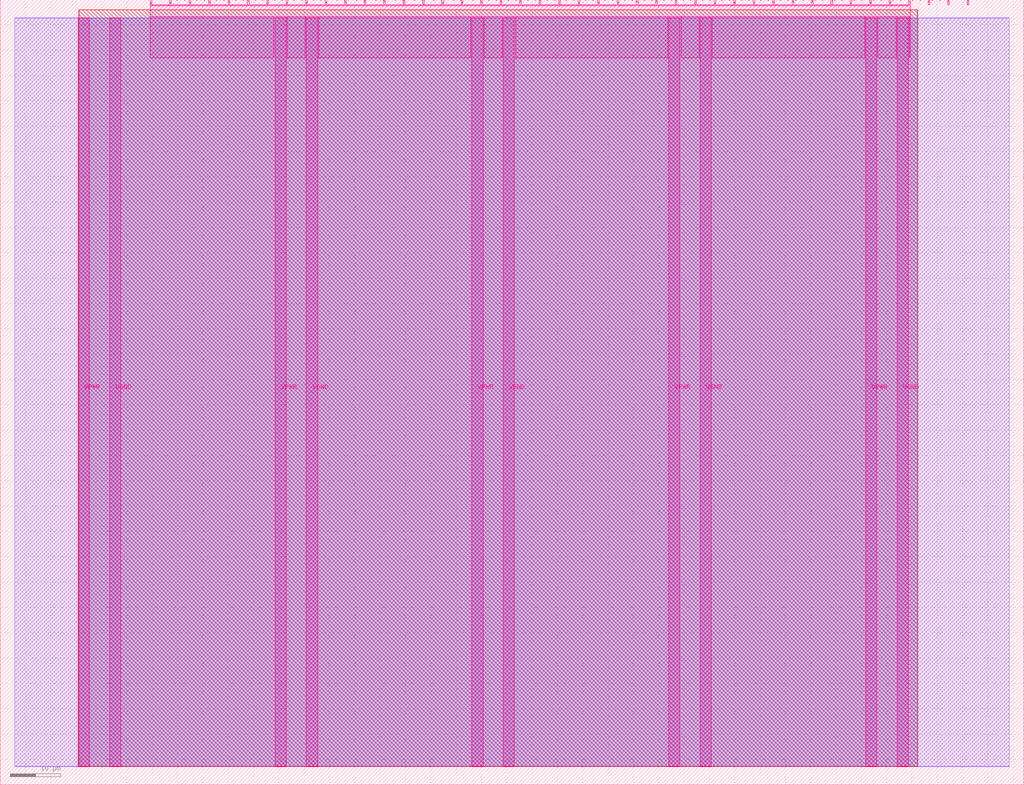
<source format=lef>
VERSION 5.7 ;
  NOWIREEXTENSIONATPIN ON ;
  DIVIDERCHAR "/" ;
  BUSBITCHARS "[]" ;
MACRO tt_um_parx
  CLASS BLOCK ;
  FOREIGN tt_um_parx ;
  ORIGIN 0.000 0.000 ;
  SIZE 202.080 BY 154.980 ;
  PIN VGND
    DIRECTION INOUT ;
    USE GROUND ;
    PORT
      LAYER Metal5 ;
        RECT 21.580 3.560 23.780 151.420 ;
    END
    PORT
      LAYER Metal5 ;
        RECT 60.450 3.560 62.650 151.420 ;
    END
    PORT
      LAYER Metal5 ;
        RECT 99.320 3.560 101.520 151.420 ;
    END
    PORT
      LAYER Metal5 ;
        RECT 138.190 3.560 140.390 151.420 ;
    END
    PORT
      LAYER Metal5 ;
        RECT 177.060 3.560 179.260 151.420 ;
    END
  END VGND
  PIN VPWR
    DIRECTION INOUT ;
    USE POWER ;
    PORT
      LAYER Metal5 ;
        RECT 15.380 3.560 17.580 151.420 ;
    END
    PORT
      LAYER Metal5 ;
        RECT 54.250 3.560 56.450 151.420 ;
    END
    PORT
      LAYER Metal5 ;
        RECT 93.120 3.560 95.320 151.420 ;
    END
    PORT
      LAYER Metal5 ;
        RECT 131.990 3.560 134.190 151.420 ;
    END
    PORT
      LAYER Metal5 ;
        RECT 170.860 3.560 173.060 151.420 ;
    END
  END VPWR
  PIN clk
    DIRECTION INPUT ;
    USE SIGNAL ;
    PORT
      LAYER Metal5 ;
        RECT 187.050 153.980 187.350 154.980 ;
    END
  END clk
  PIN ena
    DIRECTION INPUT ;
    USE SIGNAL ;
    PORT
      LAYER Metal5 ;
        RECT 190.890 153.980 191.190 154.980 ;
    END
  END ena
  PIN rst_n
    DIRECTION INPUT ;
    USE SIGNAL ;
    PORT
      LAYER Metal5 ;
        RECT 183.210 153.980 183.510 154.980 ;
    END
  END rst_n
  PIN ui_in[0]
    DIRECTION INPUT ;
    USE SIGNAL ;
    ANTENNAGATEAREA 0.180700 ;
    PORT
      LAYER Metal5 ;
        RECT 179.370 153.980 179.670 154.980 ;
    END
  END ui_in[0]
  PIN ui_in[1]
    DIRECTION INPUT ;
    USE SIGNAL ;
    ANTENNAGATEAREA 0.180700 ;
    PORT
      LAYER Metal5 ;
        RECT 175.530 153.980 175.830 154.980 ;
    END
  END ui_in[1]
  PIN ui_in[2]
    DIRECTION INPUT ;
    USE SIGNAL ;
    ANTENNAGATEAREA 0.180700 ;
    PORT
      LAYER Metal5 ;
        RECT 171.690 153.980 171.990 154.980 ;
    END
  END ui_in[2]
  PIN ui_in[3]
    DIRECTION INPUT ;
    USE SIGNAL ;
    ANTENNAGATEAREA 0.180700 ;
    PORT
      LAYER Metal5 ;
        RECT 167.850 153.980 168.150 154.980 ;
    END
  END ui_in[3]
  PIN ui_in[4]
    DIRECTION INPUT ;
    USE SIGNAL ;
    ANTENNAGATEAREA 0.180700 ;
    PORT
      LAYER Metal5 ;
        RECT 164.010 153.980 164.310 154.980 ;
    END
  END ui_in[4]
  PIN ui_in[5]
    DIRECTION INPUT ;
    USE SIGNAL ;
    ANTENNAGATEAREA 0.180700 ;
    PORT
      LAYER Metal5 ;
        RECT 160.170 153.980 160.470 154.980 ;
    END
  END ui_in[5]
  PIN ui_in[6]
    DIRECTION INPUT ;
    USE SIGNAL ;
    ANTENNAGATEAREA 0.180700 ;
    PORT
      LAYER Metal5 ;
        RECT 156.330 153.980 156.630 154.980 ;
    END
  END ui_in[6]
  PIN ui_in[7]
    DIRECTION INPUT ;
    USE SIGNAL ;
    ANTENNAGATEAREA 0.180700 ;
    PORT
      LAYER Metal5 ;
        RECT 152.490 153.980 152.790 154.980 ;
    END
  END ui_in[7]
  PIN uio_in[0]
    DIRECTION INPUT ;
    USE SIGNAL ;
    ANTENNAGATEAREA 0.180700 ;
    PORT
      LAYER Metal5 ;
        RECT 148.650 153.980 148.950 154.980 ;
    END
  END uio_in[0]
  PIN uio_in[1]
    DIRECTION INPUT ;
    USE SIGNAL ;
    ANTENNAGATEAREA 0.180700 ;
    PORT
      LAYER Metal5 ;
        RECT 144.810 153.980 145.110 154.980 ;
    END
  END uio_in[1]
  PIN uio_in[2]
    DIRECTION INPUT ;
    USE SIGNAL ;
    ANTENNAGATEAREA 0.180700 ;
    PORT
      LAYER Metal5 ;
        RECT 140.970 153.980 141.270 154.980 ;
    END
  END uio_in[2]
  PIN uio_in[3]
    DIRECTION INPUT ;
    USE SIGNAL ;
    ANTENNAGATEAREA 0.180700 ;
    PORT
      LAYER Metal5 ;
        RECT 137.130 153.980 137.430 154.980 ;
    END
  END uio_in[3]
  PIN uio_in[4]
    DIRECTION INPUT ;
    USE SIGNAL ;
    ANTENNAGATEAREA 0.180700 ;
    PORT
      LAYER Metal5 ;
        RECT 133.290 153.980 133.590 154.980 ;
    END
  END uio_in[4]
  PIN uio_in[5]
    DIRECTION INPUT ;
    USE SIGNAL ;
    ANTENNAGATEAREA 0.180700 ;
    PORT
      LAYER Metal5 ;
        RECT 129.450 153.980 129.750 154.980 ;
    END
  END uio_in[5]
  PIN uio_in[6]
    DIRECTION INPUT ;
    USE SIGNAL ;
    ANTENNAGATEAREA 0.180700 ;
    PORT
      LAYER Metal5 ;
        RECT 125.610 153.980 125.910 154.980 ;
    END
  END uio_in[6]
  PIN uio_in[7]
    DIRECTION INPUT ;
    USE SIGNAL ;
    ANTENNAGATEAREA 0.180700 ;
    PORT
      LAYER Metal5 ;
        RECT 121.770 153.980 122.070 154.980 ;
    END
  END uio_in[7]
  PIN uio_oe[0]
    DIRECTION OUTPUT ;
    USE SIGNAL ;
    ANTENNADIFFAREA 0.299200 ;
    PORT
      LAYER Metal5 ;
        RECT 56.490 153.980 56.790 154.980 ;
    END
  END uio_oe[0]
  PIN uio_oe[1]
    DIRECTION OUTPUT ;
    USE SIGNAL ;
    ANTENNADIFFAREA 0.299200 ;
    PORT
      LAYER Metal5 ;
        RECT 52.650 153.980 52.950 154.980 ;
    END
  END uio_oe[1]
  PIN uio_oe[2]
    DIRECTION OUTPUT ;
    USE SIGNAL ;
    ANTENNADIFFAREA 0.299200 ;
    PORT
      LAYER Metal5 ;
        RECT 48.810 153.980 49.110 154.980 ;
    END
  END uio_oe[2]
  PIN uio_oe[3]
    DIRECTION OUTPUT ;
    USE SIGNAL ;
    ANTENNADIFFAREA 0.299200 ;
    PORT
      LAYER Metal5 ;
        RECT 44.970 153.980 45.270 154.980 ;
    END
  END uio_oe[3]
  PIN uio_oe[4]
    DIRECTION OUTPUT ;
    USE SIGNAL ;
    ANTENNADIFFAREA 0.299200 ;
    PORT
      LAYER Metal5 ;
        RECT 41.130 153.980 41.430 154.980 ;
    END
  END uio_oe[4]
  PIN uio_oe[5]
    DIRECTION OUTPUT ;
    USE SIGNAL ;
    ANTENNADIFFAREA 0.299200 ;
    PORT
      LAYER Metal5 ;
        RECT 37.290 153.980 37.590 154.980 ;
    END
  END uio_oe[5]
  PIN uio_oe[6]
    DIRECTION OUTPUT ;
    USE SIGNAL ;
    ANTENNADIFFAREA 0.299200 ;
    PORT
      LAYER Metal5 ;
        RECT 33.450 153.980 33.750 154.980 ;
    END
  END uio_oe[6]
  PIN uio_oe[7]
    DIRECTION OUTPUT ;
    USE SIGNAL ;
    ANTENNADIFFAREA 0.299200 ;
    PORT
      LAYER Metal5 ;
        RECT 29.610 153.980 29.910 154.980 ;
    END
  END uio_oe[7]
  PIN uio_out[0]
    DIRECTION OUTPUT ;
    USE SIGNAL ;
    ANTENNADIFFAREA 0.299200 ;
    PORT
      LAYER Metal5 ;
        RECT 87.210 153.980 87.510 154.980 ;
    END
  END uio_out[0]
  PIN uio_out[1]
    DIRECTION OUTPUT ;
    USE SIGNAL ;
    ANTENNADIFFAREA 0.299200 ;
    PORT
      LAYER Metal5 ;
        RECT 83.370 153.980 83.670 154.980 ;
    END
  END uio_out[1]
  PIN uio_out[2]
    DIRECTION OUTPUT ;
    USE SIGNAL ;
    ANTENNADIFFAREA 0.299200 ;
    PORT
      LAYER Metal5 ;
        RECT 79.530 153.980 79.830 154.980 ;
    END
  END uio_out[2]
  PIN uio_out[3]
    DIRECTION OUTPUT ;
    USE SIGNAL ;
    ANTENNADIFFAREA 0.299200 ;
    PORT
      LAYER Metal5 ;
        RECT 75.690 153.980 75.990 154.980 ;
    END
  END uio_out[3]
  PIN uio_out[4]
    DIRECTION OUTPUT ;
    USE SIGNAL ;
    ANTENNADIFFAREA 0.299200 ;
    PORT
      LAYER Metal5 ;
        RECT 71.850 153.980 72.150 154.980 ;
    END
  END uio_out[4]
  PIN uio_out[5]
    DIRECTION OUTPUT ;
    USE SIGNAL ;
    ANTENNADIFFAREA 0.299200 ;
    PORT
      LAYER Metal5 ;
        RECT 68.010 153.980 68.310 154.980 ;
    END
  END uio_out[5]
  PIN uio_out[6]
    DIRECTION OUTPUT ;
    USE SIGNAL ;
    ANTENNADIFFAREA 0.299200 ;
    PORT
      LAYER Metal5 ;
        RECT 64.170 153.980 64.470 154.980 ;
    END
  END uio_out[6]
  PIN uio_out[7]
    DIRECTION OUTPUT ;
    USE SIGNAL ;
    ANTENNADIFFAREA 0.299200 ;
    PORT
      LAYER Metal5 ;
        RECT 60.330 153.980 60.630 154.980 ;
    END
  END uio_out[7]
  PIN uo_out[0]
    DIRECTION OUTPUT ;
    USE SIGNAL ;
    ANTENNADIFFAREA 0.706400 ;
    PORT
      LAYER Metal5 ;
        RECT 117.930 153.980 118.230 154.980 ;
    END
  END uo_out[0]
  PIN uo_out[1]
    DIRECTION OUTPUT ;
    USE SIGNAL ;
    ANTENNADIFFAREA 0.706400 ;
    PORT
      LAYER Metal5 ;
        RECT 114.090 153.980 114.390 154.980 ;
    END
  END uo_out[1]
  PIN uo_out[2]
    DIRECTION OUTPUT ;
    USE SIGNAL ;
    ANTENNADIFFAREA 0.706400 ;
    PORT
      LAYER Metal5 ;
        RECT 110.250 153.980 110.550 154.980 ;
    END
  END uo_out[2]
  PIN uo_out[3]
    DIRECTION OUTPUT ;
    USE SIGNAL ;
    ANTENNADIFFAREA 0.733200 ;
    PORT
      LAYER Metal5 ;
        RECT 106.410 153.980 106.710 154.980 ;
    END
  END uo_out[3]
  PIN uo_out[4]
    DIRECTION OUTPUT ;
    USE SIGNAL ;
    ANTENNADIFFAREA 0.733200 ;
    PORT
      LAYER Metal5 ;
        RECT 102.570 153.980 102.870 154.980 ;
    END
  END uo_out[4]
  PIN uo_out[5]
    DIRECTION OUTPUT ;
    USE SIGNAL ;
    ANTENNADIFFAREA 0.733200 ;
    PORT
      LAYER Metal5 ;
        RECT 98.730 153.980 99.030 154.980 ;
    END
  END uo_out[5]
  PIN uo_out[6]
    DIRECTION OUTPUT ;
    USE SIGNAL ;
    ANTENNADIFFAREA 0.733200 ;
    PORT
      LAYER Metal5 ;
        RECT 94.890 153.980 95.190 154.980 ;
    END
  END uo_out[6]
  PIN uo_out[7]
    DIRECTION OUTPUT ;
    USE SIGNAL ;
    ANTENNADIFFAREA 0.733200 ;
    PORT
      LAYER Metal5 ;
        RECT 91.050 153.980 91.350 154.980 ;
    END
  END uo_out[7]
  OBS
      LAYER GatPoly ;
        RECT 2.880 3.630 199.200 151.350 ;
      LAYER Metal1 ;
        RECT 2.880 3.560 199.200 151.420 ;
      LAYER Metal2 ;
        RECT 15.515 3.680 181.105 151.300 ;
      LAYER Metal3 ;
        RECT 15.560 3.635 181.060 153.025 ;
      LAYER Metal4 ;
        RECT 15.515 3.680 181.105 152.980 ;
      LAYER Metal5 ;
        RECT 30.120 153.770 33.240 153.980 ;
        RECT 33.960 153.770 37.080 153.980 ;
        RECT 37.800 153.770 40.920 153.980 ;
        RECT 41.640 153.770 44.760 153.980 ;
        RECT 45.480 153.770 48.600 153.980 ;
        RECT 49.320 153.770 52.440 153.980 ;
        RECT 53.160 153.770 56.280 153.980 ;
        RECT 57.000 153.770 60.120 153.980 ;
        RECT 60.840 153.770 63.960 153.980 ;
        RECT 64.680 153.770 67.800 153.980 ;
        RECT 68.520 153.770 71.640 153.980 ;
        RECT 72.360 153.770 75.480 153.980 ;
        RECT 76.200 153.770 79.320 153.980 ;
        RECT 80.040 153.770 83.160 153.980 ;
        RECT 83.880 153.770 87.000 153.980 ;
        RECT 87.720 153.770 90.840 153.980 ;
        RECT 91.560 153.770 94.680 153.980 ;
        RECT 95.400 153.770 98.520 153.980 ;
        RECT 99.240 153.770 102.360 153.980 ;
        RECT 103.080 153.770 106.200 153.980 ;
        RECT 106.920 153.770 110.040 153.980 ;
        RECT 110.760 153.770 113.880 153.980 ;
        RECT 114.600 153.770 117.720 153.980 ;
        RECT 118.440 153.770 121.560 153.980 ;
        RECT 122.280 153.770 125.400 153.980 ;
        RECT 126.120 153.770 129.240 153.980 ;
        RECT 129.960 153.770 133.080 153.980 ;
        RECT 133.800 153.770 136.920 153.980 ;
        RECT 137.640 153.770 140.760 153.980 ;
        RECT 141.480 153.770 144.600 153.980 ;
        RECT 145.320 153.770 148.440 153.980 ;
        RECT 149.160 153.770 152.280 153.980 ;
        RECT 153.000 153.770 156.120 153.980 ;
        RECT 156.840 153.770 159.960 153.980 ;
        RECT 160.680 153.770 163.800 153.980 ;
        RECT 164.520 153.770 167.640 153.980 ;
        RECT 168.360 153.770 171.480 153.980 ;
        RECT 172.200 153.770 175.320 153.980 ;
        RECT 176.040 153.770 179.160 153.980 ;
        RECT 29.660 151.630 179.620 153.770 ;
        RECT 29.660 143.495 54.040 151.630 ;
        RECT 56.660 143.495 60.240 151.630 ;
        RECT 62.860 143.495 92.910 151.630 ;
        RECT 95.530 143.495 99.110 151.630 ;
        RECT 101.730 143.495 131.780 151.630 ;
        RECT 134.400 143.495 137.980 151.630 ;
        RECT 140.600 143.495 170.650 151.630 ;
        RECT 173.270 143.495 176.850 151.630 ;
        RECT 179.470 143.495 179.620 151.630 ;
  END
END tt_um_parx
END LIBRARY


</source>
